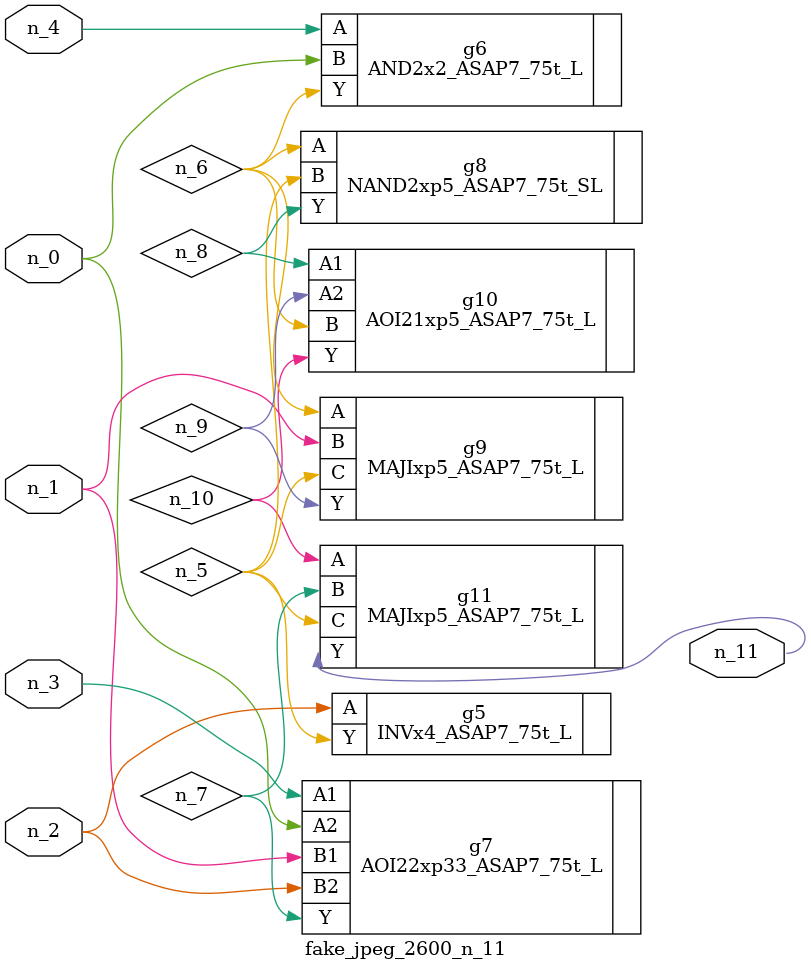
<source format=v>
module fake_jpeg_2600_n_11 (n_3, n_2, n_1, n_0, n_4, n_11);

input n_3;
input n_2;
input n_1;
input n_0;
input n_4;

output n_11;

wire n_10;
wire n_8;
wire n_9;
wire n_6;
wire n_5;
wire n_7;

INVx4_ASAP7_75t_L g5 ( 
.A(n_2),
.Y(n_5)
);

AND2x2_ASAP7_75t_L g6 ( 
.A(n_4),
.B(n_0),
.Y(n_6)
);

AOI22xp33_ASAP7_75t_L g7 ( 
.A1(n_3),
.A2(n_0),
.B1(n_1),
.B2(n_2),
.Y(n_7)
);

NAND2xp5_ASAP7_75t_SL g8 ( 
.A(n_6),
.B(n_5),
.Y(n_8)
);

AOI21xp5_ASAP7_75t_L g10 ( 
.A1(n_8),
.A2(n_9),
.B(n_6),
.Y(n_10)
);

MAJIxp5_ASAP7_75t_L g9 ( 
.A(n_6),
.B(n_1),
.C(n_5),
.Y(n_9)
);

MAJIxp5_ASAP7_75t_L g11 ( 
.A(n_10),
.B(n_7),
.C(n_5),
.Y(n_11)
);


endmodule
</source>
